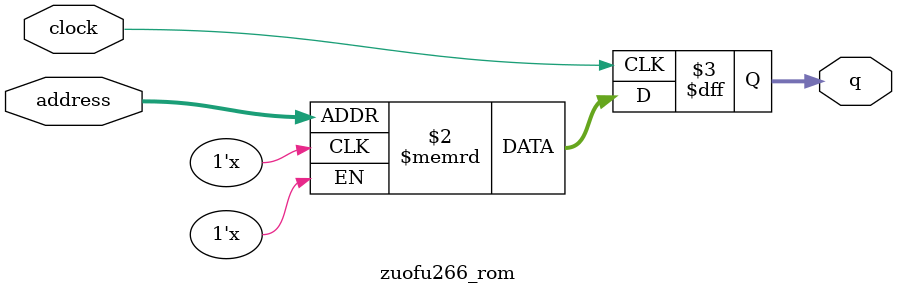
<source format=sv>
module zuofu266_rom (
	input logic clock,
	input logic [10:0] address,
	output logic [5:0] q
);

logic [5:0] memory [0:2027] /* synthesis ram_init_file = "./zuofu266/zuofu266.COE" */;

always_ff @ (posedge clock) begin
	q <= memory[address];
end

endmodule

</source>
